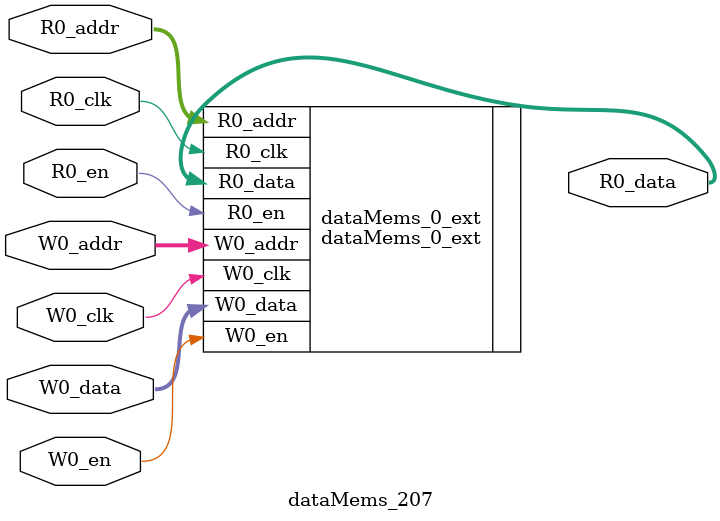
<source format=sv>
`ifndef RANDOMIZE
  `ifdef RANDOMIZE_REG_INIT
    `define RANDOMIZE
  `endif // RANDOMIZE_REG_INIT
`endif // not def RANDOMIZE
`ifndef RANDOMIZE
  `ifdef RANDOMIZE_MEM_INIT
    `define RANDOMIZE
  `endif // RANDOMIZE_MEM_INIT
`endif // not def RANDOMIZE

`ifndef RANDOM
  `define RANDOM $random
`endif // not def RANDOM

// Users can define 'PRINTF_COND' to add an extra gate to prints.
`ifndef PRINTF_COND_
  `ifdef PRINTF_COND
    `define PRINTF_COND_ (`PRINTF_COND)
  `else  // PRINTF_COND
    `define PRINTF_COND_ 1
  `endif // PRINTF_COND
`endif // not def PRINTF_COND_

// Users can define 'ASSERT_VERBOSE_COND' to add an extra gate to assert error printing.
`ifndef ASSERT_VERBOSE_COND_
  `ifdef ASSERT_VERBOSE_COND
    `define ASSERT_VERBOSE_COND_ (`ASSERT_VERBOSE_COND)
  `else  // ASSERT_VERBOSE_COND
    `define ASSERT_VERBOSE_COND_ 1
  `endif // ASSERT_VERBOSE_COND
`endif // not def ASSERT_VERBOSE_COND_

// Users can define 'STOP_COND' to add an extra gate to stop conditions.
`ifndef STOP_COND_
  `ifdef STOP_COND
    `define STOP_COND_ (`STOP_COND)
  `else  // STOP_COND
    `define STOP_COND_ 1
  `endif // STOP_COND
`endif // not def STOP_COND_

// Users can define INIT_RANDOM as general code that gets injected into the
// initializer block for modules with registers.
`ifndef INIT_RANDOM
  `define INIT_RANDOM
`endif // not def INIT_RANDOM

// If using random initialization, you can also define RANDOMIZE_DELAY to
// customize the delay used, otherwise 0.002 is used.
`ifndef RANDOMIZE_DELAY
  `define RANDOMIZE_DELAY 0.002
`endif // not def RANDOMIZE_DELAY

// Define INIT_RANDOM_PROLOG_ for use in our modules below.
`ifndef INIT_RANDOM_PROLOG_
  `ifdef RANDOMIZE
    `ifdef VERILATOR
      `define INIT_RANDOM_PROLOG_ `INIT_RANDOM
    `else  // VERILATOR
      `define INIT_RANDOM_PROLOG_ `INIT_RANDOM #`RANDOMIZE_DELAY begin end
    `endif // VERILATOR
  `else  // RANDOMIZE
    `define INIT_RANDOM_PROLOG_
  `endif // RANDOMIZE
`endif // not def INIT_RANDOM_PROLOG_

// Include register initializers in init blocks unless synthesis is set
`ifndef SYNTHESIS
  `ifndef ENABLE_INITIAL_REG_
    `define ENABLE_INITIAL_REG_
  `endif // not def ENABLE_INITIAL_REG_
`endif // not def SYNTHESIS

// Include rmemory initializers in init blocks unless synthesis is set
`ifndef SYNTHESIS
  `ifndef ENABLE_INITIAL_MEM_
    `define ENABLE_INITIAL_MEM_
  `endif // not def ENABLE_INITIAL_MEM_
`endif // not def SYNTHESIS

module dataMems_207(	// @[generators/ara/src/main/scala/UnsafeAXI4ToTL.scala:365:62]
  input  [4:0]   R0_addr,
  input          R0_en,
  input          R0_clk,
  output [130:0] R0_data,
  input  [4:0]   W0_addr,
  input          W0_en,
  input          W0_clk,
  input  [130:0] W0_data
);

  dataMems_0_ext dataMems_0_ext (	// @[generators/ara/src/main/scala/UnsafeAXI4ToTL.scala:365:62]
    .R0_addr (R0_addr),
    .R0_en   (R0_en),
    .R0_clk  (R0_clk),
    .R0_data (R0_data),
    .W0_addr (W0_addr),
    .W0_en   (W0_en),
    .W0_clk  (W0_clk),
    .W0_data (W0_data)
  );
endmodule


</source>
